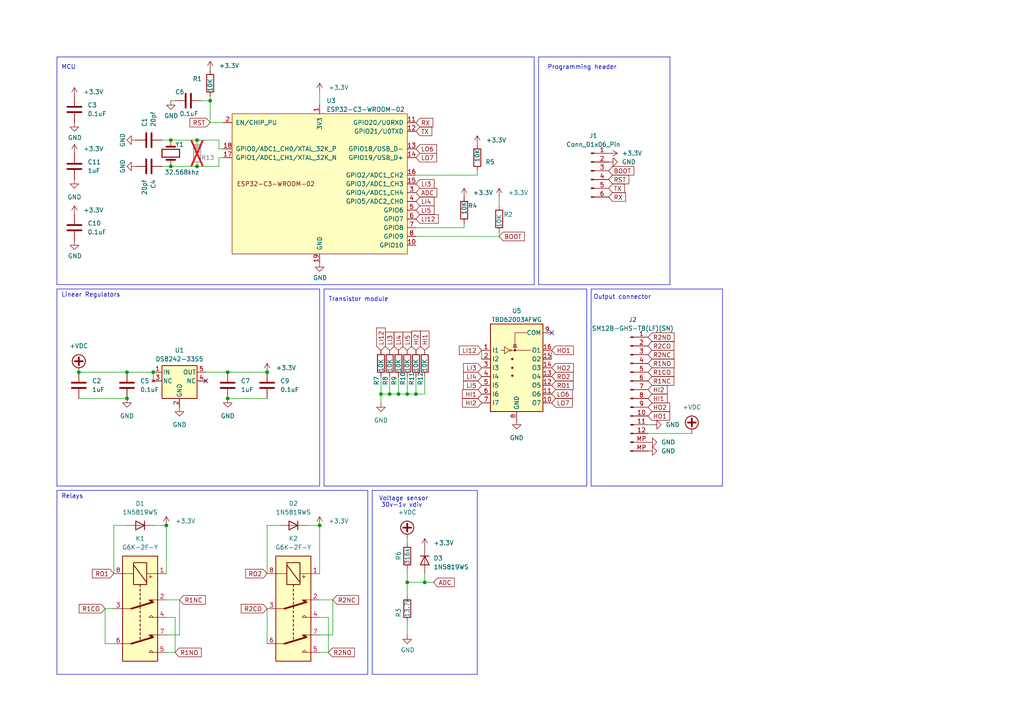
<source format=kicad_sch>
(kicad_sch (version 20230121) (generator eeschema)
  (paper "A4")
  (title_block (title "ESPRelay") (date "2023-11-30") (rev "1.0.0") (company "Drawn by FNB") (comment 1 "Thanks to https://github.com/PricelessToolkit/ESPClicker for inspiration"))
  (lib_symbols
    (symbol "Library:1N4148WS" (pin_numbers hide) (pin_names hide)
      (property "Reference" "D" (at 0 2.54 0))
      (property "Value" "1N4148WS" (at 0 -2.54 0))
      (symbol "1N4148WS_0_1"
        (polyline (pts (xy -1.27 1.27) (xy -1.27 -1.27)) (stroke (width 0.254)))
        (polyline (pts (xy 1.27 0) (xy -1.27 0)))
        (polyline (pts (xy 1.27 1.27) (xy 1.27 -1.27) (xy -1.27 0) (xy 1.27 1.27)) (stroke (width 0.254)))
      )
      (symbol "1N4148WS_1_1"
        (pin passive line (at -3.81 0 0) (length 2.54) (name "K") (number "1"))
        (pin passive line (at 3.81 0 180) (length 2.54) (name "A") (number "2"))
      )
    )
    (symbol "Library:C" (pin_numbers hide) (pin_names (offset 0.254))
      (property "Reference" "C" (at 0.635 2.54 0))
      (property "Value" "C" (at 0.635 -2.54 0))
      (symbol "C_0_1"
        (polyline (pts (xy -2.032 -0.762) (xy 2.032 -0.762)) (stroke (width 0.508)))
        (polyline (pts (xy -2.032 0.762) (xy 2.032 0.762)) (stroke (width 0.508)))
      )
      (symbol "C_1_1"
        (pin passive line (at 0 3.81 270) (length 2.794) (name "~") (number "1"))
        (pin passive line (at 0 -3.81 90) (length 2.794) (name "~") (number "2"))
      )
    )
    (symbol "Library:Conn_01x06_Pin" (pin_names (offset 1.016) hide)
      (property "Reference" "J" (at 0 7.62 0))
      (property "Value" "Conn_01x06_Pin" (at 0 -10.16 0))
      (symbol "Conn_01x06_Pin_1_1"
        (polyline (pts (xy 1.27 -7.62) (xy 0.8636 -7.62)) (stroke (width 0.1524)))
        (polyline (pts (xy 1.27 -5.08) (xy 0.8636 -5.08)) (stroke (width 0.1524)))
        (polyline (pts (xy 1.27 -2.54) (xy 0.8636 -2.54)) (stroke (width 0.1524)))
        (polyline (pts (xy 1.27 0) (xy 0.8636 0)) (stroke (width 0.1524)))
        (polyline (pts (xy 1.27 2.54) (xy 0.8636 2.54)) (stroke (width 0.1524)))
        (polyline (pts (xy 1.27 5.08) (xy 0.8636 5.08)) (stroke (width 0.1524)))
        (rectangle (start 0.8636 -7.493) (end 0 -7.747) (stroke (width 0.1524)) (fill (type outline)))
        (rectangle (start 0.8636 -4.953) (end 0 -5.207) (stroke (width 0.1524)) (fill (type outline)))
        (rectangle (start 0.8636 -2.413) (end 0 -2.667) (stroke (width 0.1524)) (fill (type outline)))
        (rectangle (start 0.8636 0.127) (end 0 -0.127) (stroke (width 0.1524)) (fill (type outline)))
        (rectangle (start 0.8636 2.667) (end 0 2.413) (stroke (width 0.1524)) (fill (type outline)))
        (rectangle (start 0.8636 5.207) (end 0 4.953) (stroke (width 0.1524)) (fill (type outline)))
        (pin passive line (at 5.08 5.08 180) (length 3.81) (name "Pin_1") (number "1"))
        (pin passive line (at 5.08 2.54 180) (length 3.81) (name "Pin_2") (number "2"))
        (pin passive line (at 5.08 0 180) (length 3.81) (name "Pin_3") (number "3"))
        (pin passive line (at 5.08 -2.54 180) (length 3.81) (name "Pin_4") (number "4"))
        (pin passive line (at 5.08 -5.08 180) (length 3.81) (name "Pin_5") (number "5"))
        (pin passive line (at 5.08 -7.62 180) (length 3.81) (name "Pin_6") (number "6"))
      )
    )
    (symbol "Library:Conn_01x14_Pin" (pin_names (offset 1.016) hide)
      (property "Reference" "J" (at 0 17.78 0))
      (property "Value" "Conn_01x14_Pin" (at 0 -20.32 0))
      (symbol "Conn_01x14_Pin_1_1"
        (polyline (pts (xy 1.27 -17.78) (xy 0.8636 -17.78)) (stroke (width 0.1524)))
        (polyline (pts (xy 1.27 -15.24) (xy 0.8636 -15.24)) (stroke (width 0.1524)))
        (polyline (pts (xy 1.27 -12.7) (xy 0.8636 -12.7)) (stroke (width 0.1524)))
        (polyline (pts (xy 1.27 -10.16) (xy 0.8636 -10.16)) (stroke (width 0.1524)))
        (polyline (pts (xy 1.27 -7.62) (xy 0.8636 -7.62)) (stroke (width 0.1524)))
        (polyline (pts (xy 1.27 -5.08) (xy 0.8636 -5.08)) (stroke (width 0.1524)))
        (polyline (pts (xy 1.27 -2.54) (xy 0.8636 -2.54)) (stroke (width 0.1524)))
        (polyline (pts (xy 1.27 0) (xy 0.8636 0)) (stroke (width 0.1524)))
        (polyline (pts (xy 1.27 2.54) (xy 0.8636 2.54)) (stroke (width 0.1524)))
        (polyline (pts (xy 1.27 5.08) (xy 0.8636 5.08)) (stroke (width 0.1524)))
        (polyline (pts (xy 1.27 7.62) (xy 0.8636 7.62)) (stroke (width 0.1524)))
        (polyline (pts (xy 1.27 10.16) (xy 0.8636 10.16)) (stroke (width 0.1524)))
        (polyline (pts (xy 1.27 12.7) (xy 0.8636 12.7)) (stroke (width 0.1524)))
        (polyline (pts (xy 1.27 15.24) (xy 0.8636 15.24)) (stroke (width 0.1524)))
        (rectangle (start 0.8636 -17.653) (end 0 -17.907) (stroke (width 0.1524)) (fill (type outline)))
        (rectangle (start 0.8636 -15.113) (end 0 -15.367) (stroke (width 0.1524)) (fill (type outline)))
        (rectangle (start 0.8636 -12.573) (end 0 -12.827) (stroke (width 0.1524)) (fill (type outline)))
        (rectangle (start 0.8636 -10.033) (end 0 -10.287) (stroke (width 0.1524)) (fill (type outline)))
        (rectangle (start 0.8636 -7.493) (end 0 -7.747) (stroke (width 0.1524)) (fill (type outline)))
        (rectangle (start 0.8636 -4.953) (end 0 -5.207) (stroke (width 0.1524)) (fill (type outline)))
        (rectangle (start 0.8636 -2.413) (end 0 -2.667) (stroke (width 0.1524)) (fill (type outline)))
        (rectangle (start 0.8636 0.127) (end 0 -0.127) (stroke (width 0.1524)) (fill (type outline)))
        (rectangle (start 0.8636 2.667) (end 0 2.413) (stroke (width 0.1524)) (fill (type outline)))
        (rectangle (start 0.8636 5.207) (end 0 4.953) (stroke (width 0.1524)) (fill (type outline)))
        (rectangle (start 0.8636 7.747) (end 0 7.493) (stroke (width 0.1524)) (fill (type outline)))
        (rectangle (start 0.8636 10.287) (end 0 10.033) (stroke (width 0.1524)) (fill (type outline)))
        (rectangle (start 0.8636 12.827) (end 0 12.573) (stroke (width 0.1524)) (fill (type outline)))
        (rectangle (start 0.8636 15.367) (end 0 15.113) (stroke (width 0.1524)) (fill (type outline)))
        (pin passive line (at 5.08 15.24 180) (length 3.81) (name "Pin_1") (number "1"))
        (pin passive line (at 5.08 -7.62 180) (length 3.81) (name "Pin_10") (number "10"))
        (pin passive line (at 5.08 -10.16 180) (length 3.81) (name "Pin_11") (number "11"))
        (pin passive line (at 5.08 -12.7 180) (length 3.81) (name "Pin_12") (number "12"))
        (pin passive line (at 5.08 12.7 180) (length 3.81) (name "Pin_2") (number "2"))
        (pin passive line (at 5.08 10.16 180) (length 3.81) (name "Pin_3") (number "3"))
        (pin passive line (at 5.08 7.62 180) (length 3.81) (name "Pin_4") (number "4"))
        (pin passive line (at 5.08 5.08 180) (length 3.81) (name "Pin_5") (number "5"))
        (pin passive line (at 5.08 2.54 180) (length 3.81) (name "Pin_6") (number "6"))
        (pin passive line (at 5.08 0 180) (length 3.81) (name "Pin_7") (number "7"))
        (pin passive line (at 5.08 -2.54 180) (length 3.81) (name "Pin_8") (number "8"))
        (pin passive line (at 5.08 -5.08 180) (length 3.81) (name "Pin_9") (number "9"))
        (pin passive line (at 5.08 -15.24 180) (length 3.81) (name "Pin_13") (number "MP"))
        (pin passive line (at 5.08 -17.78 180) (length 3.81) (name "Pin_14") (number "MP"))
      )
    )
    (symbol "Library:Crystal" (pin_numbers hide) (pin_names (offset 1.016) hide)
      (property "Reference" "Y" (at 0 3.81 0))
      (property "Value" "Crystal" (at 0 -3.81 0))
      (symbol "Crystal_0_1"
        (rectangle (start -1.143 2.54) (end 1.143 -2.54) (stroke (width 0.3048)))
        (polyline (pts (xy -2.54 0) (xy -1.905 0)))
        (polyline (pts (xy -1.905 -1.27) (xy -1.905 1.27)) (stroke (width 0.508)))
        (polyline (pts (xy 1.905 -1.27) (xy 1.905 1.27)) (stroke (width 0.508)))
        (polyline (pts (xy 2.54 0) (xy 1.905 0)))
      )
      (symbol "Crystal_1_1"
        (pin passive line (at -3.81 0 0) (length 1.27) (name "1") (number "1"))
        (pin passive line (at 3.81 0 180) (length 1.27) (name "2") (number "2"))
      )
    )
    (symbol "Library:DS8242" (pin_names (offset 0.254))
      (property "Reference" "U" (at -3.81 5.715 0))
      (property "Value" "DS8242" (at 0 5.715 0))
      (symbol "DS8242_0_1"
        (rectangle (start -5.08 4.445) (end 5.08 -5.08) (stroke (width 0.254)) (fill (type background)))
      )
      (symbol "DS8242_1_1"
        (pin power_in line (at -7.62 2.54 0) (length 2.54) (name "IN") (number "1"))
        (pin power_in line (at 0 -7.62 90) (length 2.54) (name "GND") (number "2"))
        (pin no_connect line (at -7.62 0 0) (length 2.54) (name "NC") (number "3"))
        (pin no_connect line (at 7.62 0 180) (length 2.54) (name "NC") (number "4"))
        (pin power_out line (at 7.62 2.54 180) (length 2.54) (name "OUT") (number "5"))
      )
    )
    (symbol "Library:ESP32-C3-WROOM-02" (pin_names (offset 1.016))
      (property "Reference" "U" (at -25.4 25.4 0))
      (property "Value" "ESP32-C3-WROOM-02" (at -25.4 22.86 0))
      (symbol "ESP32-C3-WROOM-02_0_0"
        (text "ESP32-C3-WROOM-02" (at -12.7 0 0) (effects (font (size 1.27 1.27))))
      )
      (symbol "ESP32-C3-WROOM-02_0_1"
        (rectangle (start 25.4 20.32) (end -25.4 -20.32) (fill (type background)))
      )
      (symbol "ESP32-C3-WROOM-02_1_1"
        (pin power_in line (at 0 22.86 270) (length 2.54) (name "3V3") (number "1"))
        (pin bidirectional line (at 27.94 -17.78 180) (length 2.54) (name "GPIO10") (number "10"))
        (pin bidirectional line (at 27.94 17.78 180) (length 2.54) (name "GPIO20/U0RXD") (number "11"))
        (pin bidirectional line (at 27.94 15.24 180) (length 2.54) (name "GPIO21/U0TXD") (number "12"))
        (pin bidirectional line (at 27.94 10.16 180) (length 2.54) (name "GPIO18/USB_D-") (number "13"))
        (pin bidirectional line (at 27.94 7.62 180) (length 2.54) (name "GPIO19/USB_D+") (number "14"))
        (pin bidirectional line (at 27.94 0 180) (length 2.54) (name "GPIO3/ADC1_CH3") (number "15"))
        (pin bidirectional line (at 27.94 2.54 180) (length 2.54) (name "GPIO2/ADC1_CH2") (number "16"))
        (pin bidirectional line (at -27.94 7.62 0) (length 2.54) (name "GPIO1/ADC1_CH1/XTAL_32K_N") (number "17"))
        (pin bidirectional line (at -27.94 10.16 0) (length 2.54) (name "GPIO0/ADC1_CH0/XTAL_32K_P") (number "18"))
        (pin power_in line (at 0 -22.86 90) (length 2.54) (name "GND") (number "19"))
        (pin input line (at -27.94 17.78 0) (length 2.54) (name "EN/CHIP_PU") (number "2"))
        (pin bidirectional line (at 27.94 -2.54 180) (length 2.54) (name "GPIO4/ADC1_CH4") (number "3"))
        (pin bidirectional line (at 27.94 -5.08 180) (length 2.54) (name "GPIO5/ADC2_CH0") (number "4"))
        (pin bidirectional line (at 27.94 -7.62 180) (length 2.54) (name "GPIO6") (number "5"))
        (pin bidirectional line (at 27.94 -10.16 180) (length 2.54) (name "GPIO7") (number "6"))
        (pin bidirectional line (at 27.94 -12.7 180) (length 2.54) (name "GPIO8") (number "7"))
        (pin bidirectional line (at 27.94 -15.24 180) (length 2.54) (name "GPIO9") (number "8"))
        (pin passive line (at 0 -22.86 90) (length 2.54) hide (name "GND") (number "9"))
      )
    )
    (symbol "Library:G6K-2"
      (property "Reference" "K" (at 16.51 3.81 0))
      (property "Value" "G6K-2" (at 16.51 1.27 0))
      (symbol "G6K-2_0_0"
        (text "+" (at -9.271 2.921 0) (effects (font (size 1.27 1.27))))
      )
      (symbol "G6K-2_0_1"
        (rectangle (start -15.24 5.08) (end 15.24 -5.08) (stroke (width 0.254)) (fill (type background)))
        (rectangle (start -13.335 1.905) (end -6.985 -1.905) (stroke (width 0.254)))
        (polyline (pts (xy -12.7 -1.905) (xy -7.62 1.905)) (stroke (width 0.254)))
        (polyline (pts (xy -10.16 -5.08) (xy -10.16 -1.905)))
        (polyline (pts (xy -10.16 5.08) (xy -10.16 1.905)))
        (polyline (pts (xy -6.985 0) (xy -6.35 0)) (stroke (width 0.254)))
        (polyline (pts (xy -5.715 0) (xy -5.08 0)) (stroke (width 0.254)))
        (polyline (pts (xy -4.445 0) (xy -3.81 0)) (stroke (width 0.254)))
        (polyline (pts (xy -3.175 0) (xy -2.54 0)) (stroke (width 0.254)))
        (polyline (pts (xy -1.905 0) (xy -1.27 0)) (stroke (width 0.254)))
        (polyline (pts (xy -0.635 0) (xy 0 0)) (stroke (width 0.254)))
        (polyline (pts (xy 0 -2.54) (xy -1.905 3.81)) (stroke (width 0.508)))
        (polyline (pts (xy 0 -2.54) (xy 0 -5.08)))
        (polyline (pts (xy 0.635 0) (xy 1.27 0)) (stroke (width 0.254)))
        (polyline (pts (xy 1.905 0) (xy 2.54 0)) (stroke (width 0.254)))
        (polyline (pts (xy 3.175 0) (xy 3.81 0)) (stroke (width 0.254)))
        (polyline (pts (xy 4.445 0) (xy 5.08 0)) (stroke (width 0.254)))
        (polyline (pts (xy 5.715 0) (xy 6.35 0)) (stroke (width 0.254)))
        (polyline (pts (xy 6.985 0) (xy 7.62 0)) (stroke (width 0.254)))
        (polyline (pts (xy 8.255 0) (xy 8.89 0)) (stroke (width 0.254)))
        (polyline (pts (xy 10.16 -2.54) (xy 8.255 3.81)) (stroke (width 0.508)))
        (polyline (pts (xy 10.16 -2.54) (xy 10.16 -5.08)))
        (polyline (pts (xy -2.54 5.08) (xy -2.54 2.54) (xy -1.905 3.175) (xy -2.54 3.81)) (fill (type outline)))
        (polyline (pts (xy 2.54 5.08) (xy 2.54 2.54) (xy 1.905 3.175) (xy 2.54 3.81)))
        (polyline (pts (xy 7.62 5.08) (xy 7.62 2.54) (xy 8.255 3.175) (xy 7.62 3.81)) (fill (type outline)))
        (polyline (pts (xy 12.7 5.08) (xy 12.7 2.54) (xy 12.065 3.175) (xy 12.7 3.81)))
      )
      (symbol "G6K-2_1_1"
        (pin passive line (at -10.16 7.62 270) (length 2.54) (name "~") (number "1"))
        (pin passive line (at -2.54 7.62 270) (length 2.54) (name "~") (number "2"))
        (pin passive line (at 0 -7.62 90) (length 2.54) (name "~") (number "3"))
        (pin passive line (at 2.54 7.62 270) (length 2.54) (name "~") (number "4"))
        (pin passive line (at 12.7 7.62 270) (length 2.54) (name "~") (number "5"))
        (pin passive line (at 10.16 -7.62 90) (length 2.54) (name "~") (number "6"))
        (pin passive line (at 7.62 7.62 270) (length 2.54) (name "~") (number "7"))
        (pin passive line (at -10.16 -7.62 90) (length 2.54) (name "~") (number "8"))
      )
    )
    (symbol "Library:R" (pin_numbers hide) (pin_names (offset 0))
      (property "Reference" "R" (at 2.032 0 90))
      (property "Value" "R" (at 0 0 90))
      (symbol "R_0_1"
        (rectangle (start -1.016 -2.54) (end 1.016 2.54) (stroke (width 0.254)))
      )
      (symbol "R_1_1"
        (pin passive line (at 0 3.81 270) (length 1.27) (name "~") (number "1"))
        (pin passive line (at 0 -3.81 90) (length 1.27) (name "~") (number "2"))
      )
    )
    (symbol "Library:ULN2003A"
      (property "Reference" "U" (at 0 15.875 0))
      (property "Value" "ULN2003A" (at 0 13.97 0))
      (symbol "ULN2003A_0_1"
        (rectangle (start -7.62 -12.7) (end 7.62 12.7) (stroke (width 0.254)) (fill (type background)))
        (circle (center -1.778 5.08) (radius 0.254))
        (circle (center -1.27 -2.286) (radius 0.254) (fill (type outline)))
        (circle (center -1.27 0) (radius 0.254) (fill (type outline)))
        (circle (center -1.27 2.54) (radius 0.254) (fill (type outline)))
        (circle (center -0.508 5.08) (radius 0.254) (fill (type outline)))
        (polyline (pts (xy -4.572 5.08) (xy -3.556 5.08)))
        (polyline (pts (xy -1.524 5.08) (xy 4.064 5.08)))
        (polyline (pts (xy 0 6.731) (xy -1.016 6.731)))
        (polyline (pts (xy -0.508 5.08) (xy -0.508 10.16) (xy 2.921 10.16)))
        (polyline (pts (xy -3.556 6.096) (xy -3.556 4.064) (xy -2.032 5.08) (xy -3.556 6.096)))
        (polyline (pts (xy 0 5.969) (xy -1.016 5.969) (xy -0.508 6.731) (xy 0 5.969)))
      )
      (symbol "ULN2003A_1_1"
        (pin input line (at -10.16 5.08 0) (length 2.54) (name "I1") (number "1"))
        (pin open_collector line (at 10.16 -10.16 180) (length 2.54) (name "O7") (number "10"))
        (pin open_collector line (at 10.16 -7.62 180) (length 2.54) (name "O6") (number "11"))
        (pin open_collector line (at 10.16 -5.08 180) (length 2.54) (name "O5") (number "12"))
        (pin open_collector line (at 10.16 -2.54 180) (length 2.54) (name "O4") (number "13"))
        (pin open_collector line (at 10.16 0 180) (length 2.54) (name "O3") (number "14"))
        (pin open_collector line (at 10.16 2.54 180) (length 2.54) (name "O2") (number "15"))
        (pin open_collector line (at 10.16 5.08 180) (length 2.54) (name "O1") (number "16"))
        (pin input line (at -10.16 2.54 0) (length 2.54) (name "I2") (number "2"))
        (pin input line (at -10.16 0 0) (length 2.54) (name "I3") (number "3"))
        (pin input line (at -10.16 -2.54 0) (length 2.54) (name "I4") (number "4"))
        (pin input line (at -10.16 -5.08 0) (length 2.54) (name "I5") (number "5"))
        (pin input line (at -10.16 -7.62 0) (length 2.54) (name "I6") (number "6"))
        (pin input line (at -10.16 -10.16 0) (length 2.54) (name "I7") (number "7"))
        (pin power_in line (at 0 -15.24 90) (length 2.54) (name "GND") (number "8"))
        (pin passive line (at 10.16 10.16 180) (length 2.54) (name "COM") (number "9"))
      )
    )
    (symbol "power:+3.3V" (power) (pin_names (offset 0))
      (property "Value" "+3.3V" (at 0 3.556 0))
      (symbol "+3.3V_0_1"
        (polyline (pts (xy -0.762 1.27) (xy 0 2.54)))
        (polyline (pts (xy 0 0) (xy 0 2.54)))
        (polyline (pts (xy 0 2.54) (xy 0.762 1.27)))
      )
      (symbol "+3.3V_1_1"
        (pin power_in line (at 0 0 90) (length 0) hide (name "+3.3V") (number "1"))
      )
    )
    (symbol "power:+VDC" (power) (pin_names (offset 0))
      (property "Value" "+VDC" (at 0 6.35 0))
      (symbol "+VDC_0_1"
        (polyline (pts (xy -1.143 3.175) (xy 1.143 3.175)) (stroke (width 0.508)))
        (polyline (pts (xy 0 0) (xy 0 1.27)))
        (polyline (pts (xy 0 2.032) (xy 0 4.318)) (stroke (width 0.508)))
        (circle (center 0 3.175) (radius 1.905) (stroke (width 0.254)))
      )
      (symbol "+VDC_1_1"
        (pin power_in line (at 0 0 90) (length 0) hide (name "+VDC") (number "1"))
      )
    )
    (symbol "power:GND" (power) (pin_names (offset 0))
      (property "Value" "GND" (at 0 -3.81 0))
      (symbol "GND_0_1"
        (polyline (pts (xy 0 0) (xy 0 -1.27) (xy 1.27 -1.27) (xy 0 -2.54) (xy -1.27 -1.27) (xy 0 -1.27)))
      )
      (symbol "GND_1_1"
        (pin power_in line (at 0 0 270) (length 0) hide (name "GND") (number "1"))
      )
    )
  )
  (junction (at 48.26 152.4))
  (junction (at 123.19 168.91))
  (junction (at 66.04 107.95))
  (junction (at 49.53 40.64))
  (junction (at 22.86 107.95))
  (junction (at 110.49 114.3))
  (junction (at 115.57 114.3))
  (junction (at 60.96 29.21))
  (junction (at 57.15 40.64))
  (junction (at 66.04 115.57))
  (junction (at 44.45 107.95))
  (junction (at 92.71 152.4))
  (junction (at 36.83 115.57))
  (junction (at 118.11 168.91))
  (junction (at 77.47 107.95))
  (junction (at 120.65 114.3))
  (junction (at 36.83 107.95))
  (junction (at 113.03 114.3))
  (junction (at 118.11 114.3))
  (junction (at 57.15 48.26))
  (junction (at 49.53 48.26))
  (no_connect (at 160.02 96.52))
  (no_connect (at 59.69 110.49))
  (polyline (pts (xy 107.95 142.24) (xy 107.95 195.58)))
  (wire (pts (xy 138.43 49.53) (xy 138.43 50.8)))
  (polyline (pts (xy 154.94 16.51) (xy 154.94 82.55)))
  (wire (pts (xy 63.5 48.26) (xy 63.5 45.72)))
  (polyline (pts (xy 156.21 16.51) (xy 156.21 82.55)))
  (wire (pts (xy 95.25 189.23) (xy 92.71 189.23)))
  (wire (pts (xy 22.86 107.95) (xy 36.83 107.95)))
  (wire (pts (xy 125.73 168.91) (xy 123.19 168.91)))
  (wire (pts (xy 123.19 168.91) (xy 118.11 168.91)))
  (wire (pts (xy 63.5 45.72) (xy 64.77 45.72)))
  (polyline (pts (xy 138.43 142.24) (xy 107.95 142.24)))
  (wire (pts (xy 58.42 29.21) (xy 60.96 29.21)))
  (wire (pts (xy 110.49 114.3) (xy 113.03 114.3)))
  (wire (pts (xy 49.53 29.21) (xy 50.8 29.21)))
  (polyline (pts (xy 154.94 82.55) (xy 16.51 82.55)))
  (wire (pts (xy 92.71 166.37) (xy 92.71 152.4)))
  (wire (pts (xy 118.11 165.1) (xy 118.11 168.91)))
  (polyline (pts (xy 209.55 83.82) (xy 209.55 140.97)))
  (wire (pts (xy 22.86 115.57) (xy 36.83 115.57)))
  (wire (pts (xy 139.7 101.6) (xy 139.7 104.14)))
  (wire (pts (xy 49.53 48.26) (xy 57.15 48.26)))
  (polyline (pts (xy 156.21 82.55) (xy 194.31 82.55)))
  (wire (pts (xy 118.11 180.34) (xy 118.11 184.15)))
  (polyline (pts (xy 92.71 83.82) (xy 16.51 83.82)))
  (wire (pts (xy 49.53 40.64) (xy 57.15 40.64)))
  (wire (pts (xy 113.03 109.22) (xy 113.03 114.3)))
  (wire (pts (xy 160.02 101.6) (xy 160.02 104.14)))
  (polyline (pts (xy 92.71 83.82) (xy 92.71 140.97)))
  (wire (pts (xy 123.19 109.22) (xy 123.19 114.3)))
  (wire (pts (xy 92.71 179.07) (xy 95.25 179.07)))
  (wire (pts (xy 60.96 35.56) (xy 64.77 35.56)))
  (wire (pts (xy 118.11 109.22) (xy 118.11 114.3)))
  (wire (pts (xy 48.26 184.15) (xy 52.07 184.15)))
  (wire (pts (xy 48.26 179.07) (xy 50.8 179.07)))
  (polyline (pts (xy 106.68 142.24) (xy 106.68 195.58)))
  (polyline (pts (xy 209.55 140.97) (xy 171.45 140.97)))
  (wire (pts (xy 48.26 166.37) (xy 48.26 152.4)))
  (wire (pts (xy 134.62 64.77) (xy 134.62 66.04)))
  (wire (pts (xy 52.07 173.99) (xy 52.07 184.15)))
  (wire (pts (xy 115.57 114.3) (xy 118.11 114.3)))
  (polyline (pts (xy 154.94 16.51) (xy 16.51 16.51)))
  (wire (pts (xy 81.28 152.4) (xy 77.47 152.4)))
  (polyline (pts (xy 170.18 140.97) (xy 93.98 140.97)))
  (wire (pts (xy 120.65 66.04) (xy 134.62 66.04)))
  (wire (pts (xy 118.11 114.3) (xy 120.65 114.3)))
  (wire (pts (xy 59.69 107.95) (xy 66.04 107.95)))
  (wire (pts (xy 63.5 43.18) (xy 63.5 40.64)))
  (wire (pts (xy 110.49 109.22) (xy 110.49 114.3)))
  (wire (pts (xy 187.96 123.19) (xy 189.23 123.19)))
  (wire (pts (xy 115.57 109.22) (xy 115.57 114.3)))
  (wire (pts (xy 120.65 50.8) (xy 138.43 50.8)))
  (polyline (pts (xy 171.45 83.82) (xy 171.45 140.97)))
  (wire (pts (xy 46.99 40.64) (xy 49.53 40.64)))
  (wire (pts (xy 52.07 173.99) (xy 48.26 173.99)))
  (wire (pts (xy 46.99 48.26) (xy 49.53 48.26)))
  (wire (pts (xy 30.48 176.53) (xy 30.48 186.69)))
  (wire (pts (xy 50.8 179.07) (xy 50.8 189.23)))
  (wire (pts (xy 120.65 114.3) (xy 123.19 114.3)))
  (polyline (pts (xy 106.68 195.58) (xy 16.51 195.58)))
  (wire (pts (xy 66.04 107.95) (xy 77.47 107.95)))
  (polyline (pts (xy 16.51 142.24) (xy 16.51 195.58)))
  (wire (pts (xy 50.8 189.23) (xy 48.26 189.23)))
  (wire (pts (xy 144.78 68.58) (xy 144.78 67.31)))
  (wire (pts (xy 66.04 115.57) (xy 77.47 115.57)))
  (polyline (pts (xy 194.31 16.51) (xy 156.21 16.51)))
  (wire (pts (xy 118.11 168.91) (xy 118.11 172.72)))
  (wire (pts (xy 110.49 114.3) (xy 110.49 116.84)))
  (polyline (pts (xy 170.18 83.82) (xy 170.18 140.97)))
  (polyline (pts (xy 209.55 83.82) (xy 171.45 83.82)))
  (wire (pts (xy 36.83 152.4) (xy 33.02 152.4)))
  (wire (pts (xy 57.15 48.26) (xy 63.5 48.26)))
  (wire (pts (xy 57.15 40.64) (xy 63.5 40.64)))
  (wire (pts (xy 118.11 156.21) (xy 118.11 157.48)))
  (wire (pts (xy 123.19 166.37) (xy 123.19 168.91)))
  (wire (pts (xy 64.77 43.18) (xy 63.5 43.18)))
  (wire (pts (xy 187.96 125.73) (xy 200.66 125.73)))
  (polyline (pts (xy 138.43 195.58) (xy 107.95 195.58)))
  (wire (pts (xy 60.96 29.21) (xy 60.96 27.94)))
  (wire (pts (xy 144.78 57.15) (xy 144.78 59.69)))
  (wire (pts (xy 92.71 26.67) (xy 92.71 30.48)))
  (wire (pts (xy 33.02 176.53) (xy 30.48 176.53)))
  (wire (pts (xy 36.83 107.95) (xy 44.45 107.95)))
  (wire (pts (xy 144.78 68.58) (xy 120.65 68.58)))
  (wire (pts (xy 88.9 152.4) (xy 92.71 152.4)))
  (wire (pts (xy 95.25 179.07) (xy 95.25 189.23)))
  (polyline (pts (xy 92.71 140.97) (xy 16.51 140.97)))
  (polyline (pts (xy 194.31 82.55) (xy 194.31 16.51)))
  (polyline (pts (xy 93.98 83.82) (xy 93.98 140.97)))
  (wire (pts (xy 96.52 173.99) (xy 96.52 184.15)))
  (wire (pts (xy 92.71 184.15) (xy 96.52 184.15)))
  (polyline (pts (xy 16.51 83.82) (xy 16.51 140.97)))
  (wire (pts (xy 44.45 152.4) (xy 48.26 152.4)))
  (wire (pts (xy 33.02 152.4) (xy 33.02 166.37)))
  (polyline (pts (xy 16.51 16.51) (xy 16.51 82.55)))
  (polyline (pts (xy 138.43 142.24) (xy 138.43 195.58)))
  (wire (pts (xy 30.48 186.69) (xy 33.02 186.69)))
  (wire (pts (xy 60.96 35.56) (xy 60.96 29.21)))
  (wire (pts (xy 96.52 173.99) (xy 92.71 173.99)))
  (wire (pts (xy 44.45 107.95) (xy 44.45 110.49)))
  (wire (pts (xy 77.47 176.53) (xy 77.47 186.69)))
  (wire (pts (xy 77.47 152.4) (xy 77.47 166.37)))
  (polyline (pts (xy 170.18 83.82) (xy 93.98 83.82)))
  (wire (pts (xy 113.03 114.3) (xy 115.57 114.3)))
  (polyline (pts (xy 106.68 142.24) (xy 16.51 142.24)))
  (wire (pts (xy 120.65 109.22) (xy 120.65 114.3)))
  (text "Transistor module" (at 95.25 87.63 0) (effects (font (size 1.27 1.27)) (justify left bottom)))
  (text "Linear Regulators" (at 17.78 86.36 0) (effects (font (size 1.27 1.27)) (justify left bottom)))
  (text "MCU\n" (at 17.78 20.32 0) (effects (font (size 1.27 1.27)) (justify left bottom)))
  (text "Output connector" (at 172.085 86.995 0) (effects (font (size 1.27 1.27)) (justify left bottom)))
  (text "Programming header" (at 158.75 20.32 0) (effects (font (size 1.27 1.27)) (justify left bottom)))
  (text "Relays" (at 17.78 144.78 0) (effects (font (size 1.27 1.27)) (justify left bottom)))
  (text "Voltage sensor" (at 109.855 145.415 0) (effects (font (size 1.27 1.27)) (justify left bottom)))
  (text "30v-1v vdiv" (at 110.49 147.32 0) (effects (font (size 1.27 1.27)) (justify left bottom)))
  (global_label "HO2" (shape input) (at 160.02 106.68 0) (property "Intersheetrefs" "${INTERSHEET_REFS}" (effects hide)))
  (global_label "LO6" (shape input) (at 160.02 114.3 0) (property "Intersheetrefs" "${INTERSHEET_REFS}" (effects hide)))
  (global_label "HI2" (shape input) (at 139.7 116.84 180) (property "Intersheetrefs" "${INTERSHEET_REFS}" (effects hide)))
  (global_label "TX" (shape input) (at 120.65 38.1 0) (property "Intersheetrefs" "${INTERSHEET_REFS}" (effects hide)))
  (global_label "ADC" (shape input) (at 125.73 168.91 0) (property "Intersheetrefs" "${INTERSHEET_REFS}" (effects hide)))
  (global_label "HI2" (shape input) (at 187.96 113.03 0) (property "Intersheetrefs" "${INTERSHEET_REFS}" (effects hide)))
  (global_label "R2NC" (shape input) (at 96.52 173.99 0) (property "Intersheetrefs" "${INTERSHEET_REFS}" (effects hide)))
  (global_label "RO1" (shape input) (at 33.02 166.37 180) (property "Intersheetrefs" "${INTERSHEET_REFS}" (effects hide)))
  (global_label "LI4" (shape input) (at 120.65 58.42 0) (property "Intersheetrefs" "${INTERSHEET_REFS}" (effects hide)))
  (global_label "LI5" (shape input) (at 120.65 60.96 0) (property "Intersheetrefs" "${INTERSHEET_REFS}" (effects hide)))
  (global_label "HI1" (shape input) (at 187.96 115.57 0) (property "Intersheetrefs" "${INTERSHEET_REFS}" (effects hide)))
  (global_label "TX" (shape input) (at 176.53 54.61 0) (property "Intersheetrefs" "${INTERSHEET_REFS}" (effects hide)))
  (global_label "ADC" (shape input) (at 120.65 55.88 0) (property "Intersheetrefs" "${INTERSHEET_REFS}" (effects hide)))
  (global_label "R1NC" (shape input) (at 52.07 173.99 0) (property "Intersheetrefs" "${INTERSHEET_REFS}" (effects hide)))
  (global_label "LI12" (shape input) (at 110.49 101.6 90) (property "Intersheetrefs" "${INTERSHEET_REFS}" (effects hide)))
  (global_label "R1NC" (shape input) (at 187.96 110.49 0) (property "Intersheetrefs" "${INTERSHEET_REFS}" (effects hide)))
  (global_label "R1CO" (shape input) (at 30.48 176.53 180) (property "Intersheetrefs" "${INTERSHEET_REFS}" (effects hide)))
  (global_label "R2NO" (shape input) (at 95.25 189.23 0) (property "Intersheetrefs" "${INTERSHEET_REFS}" (effects hide)))
  (global_label "HO1" (shape input) (at 187.96 120.65 0) (property "Intersheetrefs" "${INTERSHEET_REFS}" (effects hide)))
  (global_label "BOOT" (shape input) (at 144.78 68.58 0) (property "Intersheetrefs" "${INTERSHEET_REFS}" (effects hide)))
  (global_label "HO1" (shape input) (at 160.02 101.6 0) (property "Intersheetrefs" "${INTERSHEET_REFS}" (effects hide)))
  (global_label "R2CO" (shape input) (at 77.47 176.53 180) (property "Intersheetrefs" "${INTERSHEET_REFS}" (effects hide)))
  (global_label "RX" (shape input) (at 176.53 57.15 0) (property "Intersheetrefs" "${INTERSHEET_REFS}" (effects hide)))
  (global_label "R1NO" (shape input) (at 50.8 189.23 0) (property "Intersheetrefs" "${INTERSHEET_REFS}" (effects hide)))
  (global_label "R1NO" (shape input) (at 187.96 105.41 0) (property "Intersheetrefs" "${INTERSHEET_REFS}" (effects hide)))
  (global_label "LI4" (shape input) (at 139.7 109.22 180) (property "Intersheetrefs" "${INTERSHEET_REFS}" (effects hide)))
  (global_label "R2NO" (shape input) (at 187.96 97.79 0) (property "Intersheetrefs" "${INTERSHEET_REFS}" (effects hide)))
  (global_label "LI3" (shape input) (at 139.7 106.68 180) (property "Intersheetrefs" "${INTERSHEET_REFS}" (effects hide)))
  (global_label "LO7" (shape input) (at 120.65 45.72 0) (property "Intersheetrefs" "${INTERSHEET_REFS}" (effects hide)))
  (global_label "RST" (shape input) (at 176.53 52.07 0) (property "Intersheetrefs" "${INTERSHEET_REFS}" (effects hide)))
  (global_label "LI5" (shape input) (at 118.11 101.6 90) (property "Intersheetrefs" "${INTERSHEET_REFS}" (effects hide)))
  (global_label "HI1" (shape input) (at 123.19 101.6 90) (property "Intersheetrefs" "${INTERSHEET_REFS}" (effects hide)))
  (global_label "RX" (shape input) (at 120.65 35.56 0) (property "Intersheetrefs" "${INTERSHEET_REFS}" (effects hide)))
  (global_label "HI2" (shape input) (at 120.65 101.6 90) (property "Intersheetrefs" "${INTERSHEET_REFS}" (effects hide)))
  (global_label "RO1" (shape input) (at 160.02 111.76 0) (property "Intersheetrefs" "${INTERSHEET_REFS}" (effects hide)))
  (global_label "RO2" (shape input) (at 160.02 109.22 0) (property "Intersheetrefs" "${INTERSHEET_REFS}" (effects hide)))
  (global_label "LI3" (shape input) (at 120.65 53.34 0) (property "Intersheetrefs" "${INTERSHEET_REFS}" (effects hide)))
  (global_label "LI12" (shape input) (at 120.65 63.5 0) (property "Intersheetrefs" "${INTERSHEET_REFS}" (effects hide)))
  (global_label "RST" (shape input) (at 60.96 35.56 180) (property "Intersheetrefs" "${INTERSHEET_REFS}" (effects hide)))
  (global_label "HO2" (shape input) (at 187.96 118.11 0) (property "Intersheetrefs" "${INTERSHEET_REFS}" (effects hide)))
  (global_label "LI5" (shape input) (at 139.7 111.76 180) (property "Intersheetrefs" "${INTERSHEET_REFS}" (effects hide)))
  (global_label "R1CO" (shape input) (at 187.96 107.95 0) (property "Intersheetrefs" "${INTERSHEET_REFS}" (effects hide)))
  (global_label "R2NC" (shape input) (at 187.96 102.87 0) (property "Intersheetrefs" "${INTERSHEET_REFS}" (effects hide)))
  (global_label "R2CO" (shape input) (at 187.96 100.33 0) (property "Intersheetrefs" "${INTERSHEET_REFS}" (effects hide)))
  (global_label "BOOT" (shape input) (at 176.53 49.53 0) (property "Intersheetrefs" "${INTERSHEET_REFS}" (effects hide)))
  (global_label "HI1" (shape input) (at 139.7 114.3 180) (property "Intersheetrefs" "${INTERSHEET_REFS}" (effects hide)))
  (global_label "LI3" (shape input) (at 113.03 101.6 90) (property "Intersheetrefs" "${INTERSHEET_REFS}" (effects hide)))
  (global_label "LO6" (shape input) (at 120.65 43.18 0) (property "Intersheetrefs" "${INTERSHEET_REFS}" (effects hide)))
  (global_label "RO2" (shape input) (at 77.47 166.37 180) (property "Intersheetrefs" "${INTERSHEET_REFS}" (effects hide)))
  (global_label "LI12" (shape input) (at 139.7 101.6 180) (property "Intersheetrefs" "${INTERSHEET_REFS}" (effects hide)))
  (global_label "LO7" (shape input) (at 160.02 116.84 0) (property "Intersheetrefs" "${INTERSHEET_REFS}" (effects hide)))
  (global_label "LI4" (shape input) (at 115.57 101.6 90) (property "Intersheetrefs" "${INTERSHEET_REFS}" (effects hide)))
  (symbol (lib_id "power:GND") (at 36.83 115.57 0) (unit 1)
    (property "Reference" "#PWR06" (effects hide))
    (property "Value" "GND" (at 36.83 120.65 0))
  )
  (symbol (lib_id "power:+3.3V") (at 92.71 26.67 0) (unit 1)
    (property "Reference" "#PWR023" (effects hide))
    (property "Value" "+3.3V" (at 95.25 25.3999 0) (effects (justify left)))
  )
  (symbol (lib_id "Library:1N4148WS") (at 40.64 152.4 180) (unit 1)
    (property "Reference" "D1" (at 40.64 146.05 0))
    (property "Value" "1N5819WS" (at 40.64 148.59 0))
    (property "Footprint" "Diode_SMD:D_SOD-323" (effects hide))
    (property "Datasheet" "https://datasheet.lcsc.com/lcsc/2204281430_Guangdong-Hottech-1N5819WS_C191023.pdf" (effects hide))
    (property "LCSC Part #" "C191023" (effects hide))
  )
  (symbol (lib_id "power:GND") (at 39.37 48.26 270) (unit 1)
    (property "Reference" "#PWR010" (effects hide))
    (property "Value" "GND" (at 35.56 48.26 0))
  )
  (symbol (lib_id "Library:R") (at 138.43 45.72 180) (unit 1)
    (property "Reference" "R5" (at 143.51 46.99 0) (effects (justify left)))
    (property "Value" "10K" (at 138.43 43.18 90) (effects (justify left)))
    (property "Footprint" "Resistor_SMD:R_0402_1005Metric" (effects hide))
    (property "LCSC Part #" "C25744" (effects hide))
  )
  (symbol (lib_id "power:GND") (at 21.59 69.85 0) (unit 1)
    (property "Reference" "#PWR025" (effects hide))
    (property "Value" "GND" (at 21.717 74.2442 0))
  )
  (symbol (lib_id "Library:ESP32-C3-WROOM-02") (at 92.71 53.34 0) (unit 1)
    (property "Reference" "U3" (at 94.6659 29.21 0) (effects (justify left)))
    (property "Value" "ESP32-C3-WROOM-02" (at 94.6659 31.75 0) (effects (justify left)))
    (property "Footprint" "PCM_Espressif:ESP32-C3-WROOM-02" (effects hide))
    (property "Datasheet" "https://www.espressif.com/sites/default/files/documentation/esp32-c3-wroom-02_datasheet_en.pdf" (effects hide))
  )
  (symbol (lib_id "Library:R") (at 115.57 105.41 0) (unit 1)
    (property "Reference" "R9" (at 114.3 111.76 90) (effects (justify left)))
    (property "Value" "10K" (at 115.57 107.95 90) (effects (justify left)))
    (property "Footprint" "Resistor_SMD:R_0402_1005Metric" (effects hide))
    (property "LCSC Part #" "C25744" (effects hide))
  )
  (symbol (lib_id "Library:G6K-2") (at 85.09 176.53 270) (unit 1)
    (property "Reference" "K2" (at 85.09 156.21 90))
    (property "Value" "G6K-2F-Y" (at 85.09 158.75 90))
    (property "Footprint" "Relay_SMD:Relay_DPDT_Omron_G6K-2F-Y" (effects hide))
    (property "Datasheet" "http://omronfs.omron.com/en_US/ecb/products/pdf/en-g6k.pdf" (effects hide))
    (property "LCSC Part #" "C2982926" (effects hide))
  )
  (symbol (lib_id "Library:C") (at 43.18 48.26 270) (unit 1)
    (property "Reference" "C4" (at 44.45 52.07 0) (effects (justify left)))
    (property "Value" "20pf" (at 41.91 52.07 0) (effects (justify left)))
    (property "Footprint" "Capacitor_SMD:C_0402_1005Metric" (effects hide))
    (property "LCSC Part #" "C1554" (effects hide))
  )
  (symbol (lib_id "Library:R") (at 57.15 44.45 180) (unit 1) (dnp yes)
    (property "Reference" "R13" (at 62.23 45.72 0) (effects (justify left)))
    (property "Value" "1M" (at 57.15 41.91 90) (effects (justify left)))
    (property "Footprint" "Resistor_SMD:R_0402_1005Metric" (effects hide))
    (property "LCSC Part #" "C26083" (effects hide))
  )
  (symbol (lib_id "power:+3.3V") (at 176.53 44.45 270) (unit 1)
    (property "Reference" "#PWR033" (effects hide))
    (property "Value" "+3.3V" (at 180.34 44.45 90) (effects (justify left)))
  )
  (symbol (lib_id "power:GND") (at 149.86 121.92 0) (unit 1)
    (property "Reference" "#PWR039" (effects hide))
    (property "Value" "GND" (at 149.86 127 0))
  )
  (symbol (lib_id "power:GND") (at 39.37 40.64 270) (unit 1)
    (property "Reference" "#PWR09" (effects hide))
    (property "Value" "GND" (at 35.56 40.64 0))
  )
  (symbol (lib_id "power:+3.3V") (at 134.62 57.15 0) (unit 1)
    (property "Reference" "#PWR020" (effects hide))
    (property "Value" "+3.3V" (at 137.16 55.8799 0) (effects (justify left)))
  )
  (symbol (lib_id "Library:C") (at 54.61 29.21 270) (unit 1)
    (property "Reference" "C6" (at 50.8 26.67 90) (effects (justify left)))
    (property "Value" "0.1uF" (at 52.07 33.02 90) (effects (justify left)))
    (property "Footprint" "Capacitor_SMD:C_0402_1005Metric" (effects hide))
    (property "LCSC Part #" "C307331" (effects hide))
  )
  (symbol (lib_id "power:GND") (at 21.59 35.56 0) (unit 1)
    (property "Reference" "#PWR04" (effects hide))
    (property "Value" "GND" (at 21.717 39.9542 0))
  )
  (symbol (lib_id "Library:R") (at 118.11 105.41 0) (unit 1)
    (property "Reference" "R10" (at 116.84 111.76 90) (effects (justify left)))
    (property "Value" "10K" (at 118.11 107.95 90) (effects (justify left)))
    (property "Footprint" "Resistor_SMD:R_0402_1005Metric" (effects hide))
    (property "LCSC Part #" "C25744" (effects hide))
  )
  (symbol (lib_id "power:+3.3V") (at 77.47 107.95 0) (unit 1)
    (property "Reference" "#PWR018" (effects hide))
    (property "Value" "+3.3V" (at 80.01 106.6799 0) (effects (justify left)))
  )
  (symbol (lib_id "power:GND") (at 189.23 123.19 90) (unit 1)
    (property "Reference" "#PWR037" (effects hide))
    (property "Value" "GND" (at 193.04 123.19 90) (effects (justify right)))
  )
  (symbol (lib_id "power:GND") (at 187.96 130.81 90) (unit 1)
    (property "Reference" "#PWR036" (effects hide))
    (property "Value" "GND" (at 191.77 130.81 90) (effects (justify right)))
  )
  (symbol (lib_id "power:GND") (at 52.07 118.11 0) (unit 1)
    (property "Reference" "#PWR011" (effects hide))
    (property "Value" "GND" (at 52.07 123.19 0))
  )
  (symbol (lib_id "Library:C") (at 22.86 111.76 0) (unit 1)
    (property "Reference" "C2" (at 26.67 110.4899 0) (effects (justify left)))
    (property "Value" "1uF" (at 26.67 113.0299 0) (effects (justify left)))
    (property "Footprint" "Capacitor_SMD:C_0402_1005Metric" (effects hide))
    (property "LCSC Part #" "C52923" (effects hide))
  )
  (symbol (lib_id "Library:C") (at 36.83 111.76 180) (unit 1)
    (property "Reference" "C5" (at 40.64 110.49 0) (effects (justify right)))
    (property "Value" "0.1uF" (at 40.64 113.03 0) (effects (justify right)))
    (property "Footprint" "Capacitor_SMD:C_0402_1005Metric" (effects hide))
    (property "LCSC Part #" "C307331" (effects hide))
  )
  (symbol (lib_id "power:GND") (at 49.53 29.21 0) (unit 1)
    (property "Reference" "#PWR013" (effects hide))
    (property "Value" "GND" (at 49.657 33.6042 0))
  )
  (symbol (lib_id "power:GND") (at 110.49 116.84 0) (unit 1)
    (property "Reference" "#PWR032" (effects hide))
    (property "Value" "GND" (at 110.49 121.92 0))
  )
  (symbol (lib_id "Library:R") (at 123.19 105.41 0) (unit 1)
    (property "Reference" "R12" (at 121.92 111.76 90) (effects (justify left)))
    (property "Value" "10K" (at 123.19 107.95 90) (effects (justify left)))
    (property "Footprint" "Resistor_SMD:R_0402_1005Metric" (effects hide))
    (property "LCSC Part #" "C25744" (effects hide))
  )
  (symbol (lib_id "Library:DS8242") (at 52.07 110.49 0) (unit 1)
    (property "Reference" "U1" (at 52.07 101.6 0))
    (property "Value" "DS8242-33S5" (at 52.07 104.14 0))
    (property "Footprint" "Package_TO_SOT_SMD:SOT-23-5" (effects hide))
    (property "Datasheet" "https://datasheet.lcsc.com/lcsc/2312181236_DSTECH-DS8242-33S5_C5884133.pdf" (effects hide))
    (property "LCSC Part #" "C5884133" (effects hide))
  )
  (symbol (lib_id "power:+3.3V") (at 123.19 158.75 0) (unit 1)
    (property "Reference" "#PWR012" (effects hide))
    (property "Value" "+3.3V" (at 125.73 157.4799 0) (effects (justify left)))
  )
  (symbol (lib_id "Library:R") (at 120.65 105.41 0) (unit 1)
    (property "Reference" "R11" (at 119.38 111.76 90) (effects (justify left)))
    (property "Value" "10K" (at 120.65 107.95 90) (effects (justify left)))
    (property "Footprint" "Resistor_SMD:R_0402_1005Metric" (effects hide))
    (property "LCSC Part #" "C25744" (effects hide))
  )
  (symbol (lib_id "Library:C") (at 43.18 40.64 90) (unit 1)
    (property "Reference" "C1" (at 41.91 36.83 0) (effects (justify left)))
    (property "Value" "20pf" (at 44.45 36.83 0) (effects (justify left)))
    (property "Footprint" "Capacitor_SMD:C_0402_1005Metric" (effects hide))
    (property "LCSC Part #" "C1554" (effects hide))
  )
  (symbol (lib_id "power:+3.3V") (at 21.59 44.45 0) (unit 1)
    (property "Reference" "#PWR027" (effects hide))
    (property "Value" "+3.3V" (at 24.13 43.1799 0) (effects (justify left)))
  )
  (symbol (lib_id "Library:R") (at 60.96 24.13 0) (unit 1)
    (property "Reference" "R1" (at 55.88 22.86 0) (effects (justify left)))
    (property "Value" "10K" (at 60.96 26.67 90) (effects (justify left)))
    (property "Footprint" "Resistor_SMD:R_0402_1005Metric" (effects hide))
    (property "LCSC Part #" "C25744" (effects hide))
  )
  (symbol (lib_id "Library:C") (at 66.04 111.76 0) (unit 1)
    (property "Reference" "C7" (at 69.85 110.4899 0) (effects (justify left)))
    (property "Value" "1uF" (at 69.85 113.0299 0) (effects (justify left)))
    (property "Footprint" "Capacitor_SMD:C_0402_1005Metric" (effects hide))
    (property "LCSC Part #" "C52923" (effects hide))
  )
  (symbol (lib_id "Library:C") (at 21.59 31.75 0) (unit 1)
    (property "Reference" "C3" (at 25.4 30.48 0) (effects (justify left)))
    (property "Value" "0.1uF" (at 25.4 33.02 0) (effects (justify left)))
    (property "Footprint" "Capacitor_SMD:C_0402_1005Metric" (effects hide))
    (property "LCSC Part #" "C307331" (effects hide))
  )
  (symbol (lib_id "power:+VDC") (at 22.86 107.95 0) (unit 1)
    (property "Reference" "#PWR02" (effects hide))
    (property "Value" "+VDC" (at 22.86 100.33 0))
  )
  (symbol (lib_id "Library:R") (at 134.62 60.96 180) (unit 1)
    (property "Reference" "R4" (at 138.43 59.69 0) (effects (justify left)))
    (property "Value" "10K" (at 134.62 58.42 90) (effects (justify left)))
    (property "Footprint" "Resistor_SMD:R_0402_1005Metric" (effects hide))
    (property "LCSC Part #" "C25744" (effects hide))
  )
  (symbol (lib_id "Library:R") (at 118.11 161.29 0) (unit 1)
    (property "Reference" "R6" (at 115.57 162.56 90) (effects (justify left)))
    (property "Value" "316k" (at 118.11 163.83 90) (effects (justify left)))
    (property "Footprint" "Resistor_SMD:R_0402_1005Metric" (effects hide))
    (property "LCSC Part #" "C25777" (effects hide))
  )
  (symbol (lib_id "power:GND") (at 118.11 184.15 0) (unit 1)
    (property "Reference" "#PWR031" (effects hide))
    (property "Value" "GND" (at 118.237 188.5442 0))
  )
  (symbol (lib_id "Library:C") (at 21.59 48.26 0) (unit 1)
    (property "Reference" "C11" (at 25.4 46.9899 0) (effects (justify left)))
    (property "Value" "1uF" (at 25.4 49.5299 0) (effects (justify left)))
    (property "Footprint" "Capacitor_SMD:C_0402_1005Metric" (effects hide))
    (property "LCSC Part #" "C52923" (effects hide))
  )
  (symbol (lib_id "Library:C") (at 77.47 111.76 0) (unit 1)
    (property "Reference" "C9" (at 81.28 110.49 0) (effects (justify left)))
    (property "Value" "0.1uF" (at 81.28 113.03 0) (effects (justify left)))
    (property "Footprint" "Capacitor_SMD:C_0402_1005Metric" (effects hide))
    (property "LCSC Part #" "C307331" (effects hide))
  )
  (symbol (lib_id "Library:Conn_01x14_Pin") (at 182.88 113.03 0) (unit 1)
    (property "Reference" "J2" (at 183.515 92.71 0))
    (property "Value" "SM12B-GHS-TB(LF)(SN)" (at 183.515 95.25 0))
    (property "Footprint" "Connector_JST:JST_GH_SM12B-GHS-TB_1x12-1MP_P1.25mm_Horizontal" (effects hide))
    (property "Datasheet" "https://datasheet.lcsc.com/lcsc/1811061307_JST-SM12B-GHS-TB-LF-SN_C265421.pdf" (effects hide))
    (property "LCSC Part #" "C265421" (effects hide))
  )
  (symbol (lib_id "power:GND") (at 176.53 46.99 90) (unit 1)
    (property "Reference" "#PWR034" (effects hide))
    (property "Value" "GND" (at 180.34 46.99 90) (effects (justify right)))
  )
  (symbol (lib_id "Library:1N4148WS") (at 123.19 162.56 270) (unit 1)
    (property "Reference" "D3" (at 125.73 161.925 90) (effects (justify left)))
    (property "Value" "1N5819WS" (at 125.73 164.465 90) (effects (justify left)))
    (property "Footprint" "Diode_SMD:D_SOD-323" (effects hide))
    (property "Datasheet" "https://datasheet.lcsc.com/lcsc/2204281430_Guangdong-Hottech-1N5819WS_C191023.pdf" (effects hide))
    (property "LCSC Part #" "C191023" (effects hide))
  )
  (symbol (lib_id "power:+3.3V") (at 60.96 20.32 0) (unit 1)
    (property "Reference" "#PWR07" (effects hide))
    (property "Value" "+3.3V" (at 63.5 19.0499 0) (effects (justify left)))
  )
  (symbol (lib_id "power:+3.3V") (at 138.43 41.91 0) (unit 1)
    (property "Reference" "#PWR022" (effects hide))
    (property "Value" "+3.3V" (at 140.97 40.6399 0) (effects (justify left)))
  )
  (symbol (lib_id "power:+3.3V") (at 21.59 62.23 0) (unit 1)
    (property "Reference" "#PWR024" (effects hide))
    (property "Value" "+3.3V" (at 24.13 60.9599 0) (effects (justify left)))
  )
  (symbol (lib_id "power:+3.3V") (at 144.78 57.15 0) (unit 1)
    (property "Reference" "#PWR019" (effects hide))
    (property "Value" "+3.3V" (at 147.32 55.8799 0) (effects (justify left)))
  )
  (symbol (lib_id "Library:C") (at 21.59 66.04 0) (unit 1)
    (property "Reference" "C10" (at 25.4 64.77 0) (effects (justify left)))
    (property "Value" "0.1uF" (at 25.4 67.31 0) (effects (justify left)))
    (property "Footprint" "Capacitor_SMD:C_0402_1005Metric" (effects hide))
    (property "LCSC Part #" "C307331" (effects hide))
  )
  (symbol (lib_id "Library:Conn_01x06_Pin") (at 171.45 49.53 0) (unit 1)
    (property "Reference" "J1" (at 172.085 39.37 0))
    (property "Value" "Conn_01x06_Pin" (at 172.085 41.91 0))
    (property "Footprint" "TestPoint:TestPoint_Pad_1.0x1.0mm_6pad" (effects hide))
  )
  (symbol (lib_id "power:GND") (at 92.71 76.2 0) (unit 1)
    (property "Reference" "#PWR08" (effects hide))
    (property "Value" "GND" (at 92.837 80.5942 0))
  )
  (symbol (lib_id "Library:R") (at 113.03 105.41 0) (unit 1)
    (property "Reference" "R8" (at 111.76 111.76 90) (effects (justify left)))
    (property "Value" "10K" (at 113.03 107.95 90) (effects (justify left)))
    (property "Footprint" "Resistor_SMD:R_0402_1005Metric" (effects hide))
    (property "LCSC Part #" "C25744" (effects hide))
  )
  (symbol (lib_id "power:+3.3V") (at 48.26 152.4 0) (unit 1)
    (property "Reference" "#PWR01" (effects hide))
    (property "Value" "+3.3V" (at 50.8 151.1299 0) (effects (justify left)))
  )
  (symbol (lib_id "power:GND") (at 21.59 52.07 0) (unit 1)
    (property "Reference" "#PWR026" (effects hide))
    (property "Value" "GND" (at 21.59 57.15 0))
  )
  (symbol (lib_id "power:GND") (at 187.96 128.27 90) (unit 1)
    (property "Reference" "#PWR035" (effects hide))
    (property "Value" "GND" (at 191.77 128.27 90) (effects (justify right)))
  )
  (symbol (lib_id "Library:R") (at 110.49 105.41 0) (unit 1)
    (property "Reference" "R7" (at 109.22 111.76 90) (effects (justify left)))
    (property "Value" "10K" (at 110.49 107.95 90) (effects (justify left)))
    (property "Footprint" "Resistor_SMD:R_0402_1005Metric" (effects hide))
    (property "LCSC Part #" "C25744" (effects hide))
  )
  (symbol (lib_id "power:+VDC") (at 200.66 125.73 0) (unit 1)
    (property "Reference" "#PWR038" (effects hide))
    (property "Value" "+VDC" (at 200.66 118.11 0))
  )
  (symbol (lib_id "Library:R") (at 118.11 176.53 0) (unit 1)
    (property "Reference" "R3" (at 115.57 179.07 90) (effects (justify left)))
    (property "Value" "13.7k" (at 118.11 179.07 90) (effects (justify left)))
    (property "Footprint" "Resistor_SMD:R_0402_1005Metric" (effects hide))
    (property "LCSC Part #" "C25854" (effects hide))
  )
  (symbol (lib_id "power:+3.3V") (at 21.59 27.94 0) (unit 1)
    (property "Reference" "#PWR03" (effects hide))
    (property "Value" "+3.3V" (at 24.13 26.6699 0) (effects (justify left)))
  )
  (symbol (lib_id "Library:Crystal") (at 49.53 44.45 90) (unit 1)
    (property "Reference" "Y1" (at 50.8 41.91 90) (effects (justify right)))
    (property "Value" "32.568khz" (at 47.7327 49.9679 90) (effects (justify right)))
    (property "Footprint" "Crystal:Crystal_SMD_3215-2Pin_3.2x1.5mm" (effects hide))
    (property "LCSC Part #" "C32346" (effects hide))
  )
  (symbol (lib_id "Library:ULN2003A") (at 149.86 106.68 0) (unit 1)
    (property "Reference" "U5" (at 149.86 90.17 0))
    (property "Value" "TBD62003AFWG" (at 149.86 92.71 0))
    (property "Footprint" "Package_SO:SOIC-16_3.9x9.9mm_P1.27mm" (effects hide))
    (property "Datasheet" "https://datasheet.lcsc.com/lcsc/2304140030_TOSHIBA-TBD62003AFWG_C114084.pdf" (effects hide))
    (property "LCSC Part #" "C114084" (effects hide))
  )
  (symbol (lib_id "power:GND") (at 66.04 115.57 0) (unit 1)
    (property "Reference" "#PWR015" (effects hide))
    (property "Value" "GND" (at 66.04 120.65 0))
  )
  (symbol (lib_id "Library:R") (at 144.78 63.5 0) (unit 1)
    (property "Reference" "R2" (at 146.05 62.23 0) (effects (justify left)))
    (property "Value" "10K" (at 144.78 66.04 90) (effects (justify left)))
    (property "Footprint" "Resistor_SMD:R_0402_1005Metric" (effects hide))
    (property "LCSC Part #" "C25744" (effects hide))
  )
  (symbol (lib_id "power:+VDC") (at 118.11 156.21 0) (unit 1)
    (property "Reference" "#PWR016" (effects hide))
    (property "Value" "+VDC" (at 118.11 148.59 0))
  )
  (symbol (lib_id "power:+3.3V") (at 92.71 152.4 0) (unit 1)
    (property "Reference" "#PWR05" (effects hide))
    (property "Value" "+3.3V" (at 95.25 151.1299 0) (effects (justify left)))
  )
  (symbol (lib_id "Library:1N4148WS") (at 85.09 152.4 180) (unit 1)
    (property "Reference" "D2" (at 85.09 146.05 0))
    (property "Value" "1N5819WS" (at 85.09 148.59 0))
    (property "Footprint" "Diode_SMD:D_SOD-323" (effects hide))
    (property "Datasheet" "https://datasheet.lcsc.com/lcsc/2204281430_Guangdong-Hottech-1N5819WS_C191023.pdf" (effects hide))
    (property "LCSC Part #" "C191023" (effects hide))
  )
  (symbol (lib_id "Library:G6K-2") (at 40.64 176.53 270) (unit 1)
    (property "Reference" "K1" (at 40.64 156.21 90))
    (property "Value" "G6K-2F-Y" (at 40.64 158.75 90))
    (property "Footprint" "Relay_SMD:Relay_DPDT_Omron_G6K-2F-Y" (effects hide))
    (property "Datasheet" "http://omronfs.omron.com/en_US/ecb/products/pdf/en-g6k.pdf" (effects hide))
    (property "LCSC Part #" "C2982926" (effects hide))
  )
)
</source>
